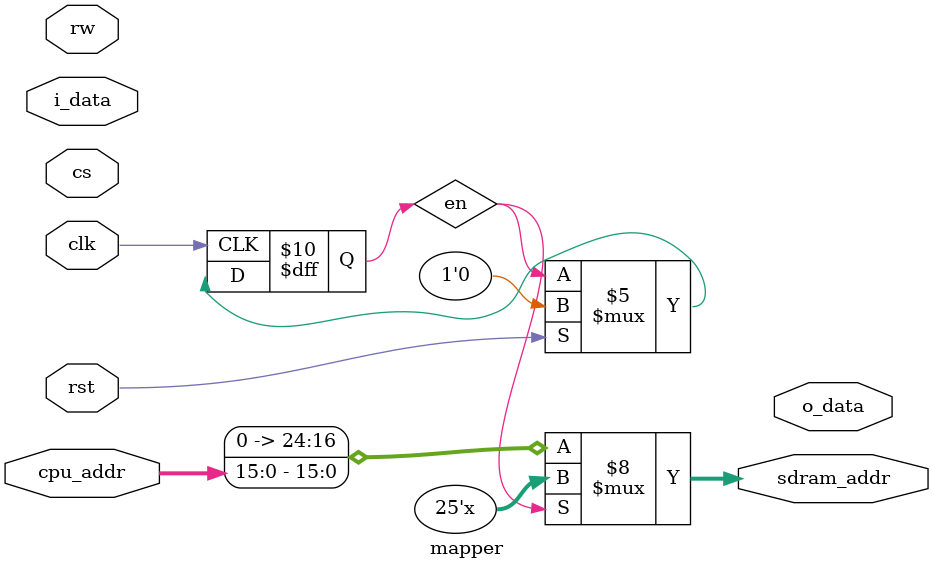
<source format=sv>
module mapper(
    input clk,
    input rst,

    input [15:0] cpu_addr,
    output logic [24:0] sdram_addr,

    input cs,
    input rw,

    input [7:0] i_data,
    output logic [7:0] o_data
);

logic [12:0] map [16];

logic [15:0] base_addr;

assign base_addr = cpu_addr - 16'hefb7;

logic en;

always_comb begin
    if (!en) begin
        sdram_addr = {9'b0, cpu_addr};
    end
end

always_ff @(posedge clk) begin
    if (rst) begin
        en <= '0;
    end
end

// each each entry is 4k and total address space is 64M,
// so we need 2^14 possible entries

endmodule

</source>
